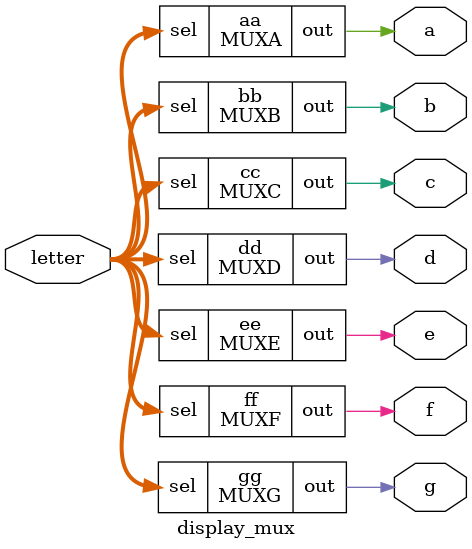
<source format=v>


/* Arrays for convenience

  | abcdefghijklmnopqrstuvwxyz  <-- letter
_|__________________________
G | 11111111001001111111000111
F | 11001111001100011010101010
E | 11111101011111110100110001
D | 01111010011100100010111111
C | 11010011110011101011110010
B | 10010011110000011001101011
A | 10001110000010011010000101
^-- display segment
~

  | GFEDCBA <-- display segment
_|_______
a | 1110111
b | 1111100
c | 1011000
d | 1011110
e | 1111001
f | 1110001
g | 1101111
h | 1110110
i | 0000110
j | 0011110
k | 1111000
l | 0111000
m | 0010101
n | 1010100
o | 1011100
p | 1110011
q | 1100111
r | 1010000
s | 1101101
t | 1000110
u | 0111110
v | 0011100
w | 0101010
x | 1001001
y | 1101110
z | 1011011
^-- letter
*/

//used this link for help on the rom
/*http://www.asic-world.com/examples/verilog/rom_eprom_eeprom.html*/
module rom(address, data, read);
  input[4:0] address;
  output[6:0] data;
  input read;

  reg [6:0] data;
  
  always @(read or address)
    begin
      case (address)
        
      	5'b00000: data = 7'b1110111;
      	5'b00001: data = 7'b1111100;
      	5'b00010: data = 7'b1011000;
      	5'b00011: data = 7'b1011110;
      	5'b00100: data = 7'b1111001;
      	5'b00101: data = 7'b1110001;
      	5'b00110: data = 7'b1101111;
       	5'b00111: data = 7'b1110110;
        
        5'b01000: data = 7'b0000110;
		5'b01001: data = 7'b0011110;
		5'b01010: data = 7'b1111000;
		5'b01011: data = 7'b0111000;
		5'b01100: data = 7'b0010101;
		5'b01101: data = 7'b1010100;
		5'b01110: data = 7'b1011100;
		5'b01111: data = 7'b1110011;
        
        5'b10000: data = 7'b1100111;
        5'b10001: data = 7'b1010000;
        5'b10010: data = 7'b1101101;
        5'b10011: data = 7'b1000110;
        5'b10100: data = 7'b0111110;
        5'b10101: data = 7'b0011100;
        5'b10110: data = 7'b0101010;
        5'b10111: data = 7'b1001001;
        
       5'b11000 : data = 7'b1101110;
       5'b11001 : data = 7'b1011011;
       5'b11010 : data = 7'b1000000;
       5'b11011 : data = 7'b1000000;
       5'b11100 : data = 7'b1000000;
       5'b11101 : data = 7'b1000000;
       5'b11110 : data = 7'b1000000;
       5'b11111 : data = 7'b1000000;
        
      endcase
     end
 endmodule
        
  
// Display driver (procedural verilog)
// IMPORTANT: Do not change module or port names
module display_rom (letter, display);
    input   [4:0] letter;
    output  [6:0] display;
    // your code here
  rom rom(letter, display,1);
  
    // do not use any delays!
endmodule


module MUX_8(a,b,c,d,e,f,g,h,sel,out);
 
  input a,b,c,d,e,f,g,h;
  input [2:0] sel;
  output out;
  reg out;
  //took out or
  always @ (a or b or c or d or e or f or g or h or sel)
    begin
      case(sel)
        3'b000 : out=a;
        3'b001 : out=b;
        3'b010 : out=c;
        3'b011 : out=d;
        3'b100 : out=e;
        3'b101 : out=f;
        3'b110 : out=g;
        3'b111 : out=h;
      endcase
    end
endmodule

module MUX_4(a,b,c,d,sel,out);
  input a,b,c,d;
  input [1:0] sel;
  output  out;
  reg out;
  //took out or
  always @ (a or b or c or d or sel)
    begin
      case(sel)
        2'b00 : out=a;
        2'b01 : out=b;
        2'b10 : out=c;
        2'b11 : out=d;
      endcase
    end
endmodule

module MUXB(sel,out);
  input [4:0] sel;
  output out;
  reg out;
  
  always @ (sel)
    begin
      case(sel)
        //B cases
        5'b00000: out = 1'b1;
      	5'b00001: out = 1'b0;
      	5'b00010: out = 1'b0;
      	5'b00011: out = 1'b1;
      	5'b00100: out = 1'b0;
      	5'b00101: out = 1'b0;
      	5'b00110: out = 1'b1;
       	5'b00111: out = 1'b1;
        
        5'b01000: out = 1'b1;
		5'b01001: out = 1'b1;
		5'b01010: out = 1'b0;
		5'b01011: out = 1'b0;
		5'b01100: out = 1'b0;
		5'b01101: out = 1'b0;
		5'b01110: out = 1'b0;
		5'b01111: out = 1'b1;
        
        5'b10000: out = 1'b1;
        5'b10001: out = 1'b0;
        5'b10010: out = 1'b0;
        5'b10011: out = 1'b1;
        5'b10100: out = 1'b1;
        5'b10101: out = 1'b0;
        5'b10110: out = 1'b1;
        5'b10111: out = 1'b0;
        
       5'b11000 : out = 1'b1;
       5'b11001 : out = 1'b1;
       5'b11010 : out = 1'b0;
       5'b11011 : out = 1'b0;
       5'b11100 : out = 1'b0;
       5'b11101 : out = 1'b0;
       5'b11110 : out = 1'b0;
       5'b11111 : out = 1'b0;
        
     
      endcase
    end
    endmodule

module MUXC(sel, out);
input [4:0] sel;
output out;
reg out;
always @ (sel)
    begin
     case (sel)
       //C cases
      5'b00000 : out = 1'b1;
      5'b00001 : out = 1'b1;
      5'b00010 : out = 1'b0;
      5'b00011 : out = 1'b1;
      5'b00100 : out = 1'b0;
      5'b00101 : out = 1'b0;
      5'b00110 : out = 1'b1;
      5'b00111 : out = 1'b1;
      5'b01000 : out = 1'b1;
      5'b01001 : out = 1'b1;
      5'b01010 : out = 1'b0;
      5'b01011 : out = 1'b0;
      5'b01100 : out = 1'b1;
      5'b01101 : out = 1'b1;
      5'b01110 : out = 1'b1;
      5'b01111 : out = 1'b0;
      5'b10000 : out = 1'b1;
      5'b10001 : out = 1'b0;
      5'b10010 : out = 1'b1;
      5'b10011 : out = 1'b1;
      5'b10100 : out = 1'b1;
      5'b10101 : out = 1'b1;
      5'b10110 : out = 1'b0;
      5'b10111 : out = 1'b0;
      5'b11000 : out = 1'b1;
      5'b11001 : out = 1'b0;
      5'b11010 : out = 1'b0;
      5'b11011 : out = 1'b0;
      5'b11100 : out = 1'b0;
      5'b11101 : out = 1'b0;
      5'b11110 : out = 1'b0;
      5'b11111 : out = 1'b0;
      endcase  
    end
endmodule
          
module MUXD(sel,out);
  input [4:0] sel;
  output out;
  reg out;
  
  always @ (sel)
    begin
      case(sel)
        5'b00000 : out = 1'b0;
       5'b00001 : out = 1'b1;
       5'b00010 : out = 1'b1;
       5'b00011 : out = 1'b1;
       5'b00100 : out = 1'b1;
       5'b00101 : out = 1'b0;
       5'b00110 : out = 1'b1;
       5'b00111 : out = 1'b0;
       5'b01000 : out = 1'b0;
       5'b01001 : out = 1'b1;
       5'b01010 : out = 1'b1;
       5'b01011 : out = 1'b1;
       5'b01100 : out = 1'b0;
       5'b01101 : out = 1'b0;
       5'b01110 : out = 1'b1; 
       5'b01111 : out = 1'b0;
       5'b10000 : out = 1'b0;
       5'b10001 : out = 1'b0;
       5'b10010 : out = 1'b1;
       5'b10011 : out = 1'b0;
       5'b10100 : out = 1'b1;
       5'b10101 : out = 1'b1;
       5'b10110 : out = 1'b1;
       5'b10111 : out = 1'b1;
       5'b11000 : out = 1'b1;
       5'b11001 : out = 1'b1;
       5'b11010 : out = 1'b1;
       5'b11011 : out = 1'b0;
       5'b11100 : out = 1'b0;
       5'b11101 : out = 1'b0;
       5'b11110 : out = 1'b0;
       5'b11111 : out = 1'b0;
        
        
      endcase
    end
endmodule


       module MUXE(sel,out);
  input [4:0] sel;
  output out;
  reg out;
  
  always @ (sel)
    begin
      case(sel)
        //E cases
        5'b00000: out = 1'b1;
      	5'b00001: out = 1'b1;
      	5'b00010: out = 1'b1;
      	5'b00011: out = 1'b1;
      	5'b00100: out = 1'b1;
      	5'b00101: out = 1'b1;
      	5'b00110: out = 1'b0;
       	5'b00111: out = 1'b1;
        
        5'b01000: out = 1'b0;
		5'b01001: out = 1'b1;
		5'b01010: out = 1'b1;
		5'b01011: out = 1'b1;
		5'b01100: out = 1'b1;
		5'b01101: out = 1'b1;
		5'b01110: out = 1'b1;
		5'b01111: out = 1'b1;
        
        5'b10000: out = 1'b0;
        5'b10001: out = 1'b1;
        5'b10010: out = 1'b0;
        5'b10011: out = 1'b0;
        5'b10100: out = 1'b1;
        5'b10101: out = 1'b1;
        5'b10110: out = 1'b0;
        5'b10111: out = 1'b0;
        
       5'b11000 : out = 1'b0;
       5'b11001 : out = 1'b1;
       5'b11010 : out = 1'b0;
       5'b11011 : out = 1'b0;
       5'b11100 : out = 1'b0;
       5'b11101 : out = 1'b0;
       5'b11110 : out = 1'b0;
       5'b11111 : out = 1'b0;
       
     
      endcase
    end
    endmodule   

module MUXF(sel,out);
  input [4:0] sel;
  output out;
  reg out;
  
  always @ (sel)
    begin
      case(sel)
        //F cases
        5'b00000: out = 1'b1;
      	5'b00001: out = 1'b1;
      	5'b00010: out = 1'b0;
      	5'b00011: out = 1'b0;
      	5'b00100: out = 1'b1;
      	5'b00101: out = 1'b1;
      	5'b00110: out = 1'b1;
       	5'b00111: out = 1'b1;
        
        5'b01000: out = 1'b0;
		5'b01001: out = 1'b0;
		5'b01010: out = 1'b1;
		5'b01011: out = 1'b1;
		5'b01100: out = 1'b0;
		5'b01101: out = 1'b0;
		5'b01110: out = 1'b0;
		5'b01111: out = 1'b1;
        
        5'b10000: out = 1'b1;
        5'b10001: out = 1'b0;
        5'b10010: out = 1'b1;
        5'b10011: out = 1'b0;
        5'b10100: out = 1'b1;
        5'b10101: out = 1'b0;
        5'b10110: out = 1'b1;
        5'b10111: out = 1'b0;
        
       5'b11000 : out = 1'b1;
       5'b11001 : out = 1'b0;
       5'b11010 : out = 1'b0;
       5'b11011 : out = 1'b0;
       5'b11100 : out = 1'b0;
       5'b11101 : out = 1'b0;
       5'b11110 : out = 1'b0;
       5'b11111 : out = 1'b0;
       
     
      endcase
    end
    endmodule   

//G | 11111111001001111111000111

module MUXG (sel, out);

input [4:0] sel;
output out;
//reg out;
wire m1, m2, m3, m4;

  MUX_8 mux8_g1(1'b1,1'b1,1'b0,1'b0,1'b1,1'b0,1'b1,1'b1,sel[4:2],m1);
  MUX_8 mux8_g2(1'b1,1'b1,1'b0,1'b1,1'b1,1'b0,1'b1,1'b1,sel[4:2],m2);
  MUX_8 mux8_g3(1'b1,1'b1,1'b1,1'b1,1'b1,1'b0,1'b1,1'b1,sel[4:2],m3);
  MUX_8 mux8_g4(1'b1,1'b1,1'b0,1'b1,1'b1,1'b1,1'b1,1'b1,sel[4:2],m4);
  MUX_4 mux4_g1(m1,m2,m3,m4,sel[1:0],out);

endmodule

module MUXA (sel, out);
input [4:0] sel;
output out;
//reg out;
wire m1, m2, m3, m4;

  MUX_8 mux8_a1(1'b1,1'b1,1'b0,1'b1,1'b1,1'b0,1'b0,1'b0,sel[4:2],m1);
  MUX_8 mux8_a2(1'b0,1'b1,1'b0,1'b0,1'b0,1'b0,1'b1,1'b0,sel[4:2],m2);
  MUX_8 mux8_a3(1'b0,1'b1,1'b0,1'b0,1'b1,1'b0,1'b0,1'b0,sel[4:2],m3);
  MUX_8 mux8_a4(1'b0,1'b0,1'b0,1'b1,1'b0,1'b1,1'b0,1'b0,sel[4:2],m4);
MUX_4 mux4_a1(m1,m2,m3,m4,sel[1:0],out);

endmodule



// Display driver (declarative verilog)
// IMPORTANT: Do not change module or port names
module display_mux (letter, g,f,e,d,c,b,a);
    input   [4:0] letter;
    output  g,f,e,d,c,b,a;
    // your code here
  wire g,f,e,d,c,b,a;
 
MUXA aa(letter, a);
MUXB bb(letter, b);
MUXC cc(letter, c);
MUXD dd(letter, d);
MUXE ee(letter, e);
MUXF ff(letter, f);
MUXG gg(letter, g);
  
  
    // do not use any delays!
endmodule
</source>
